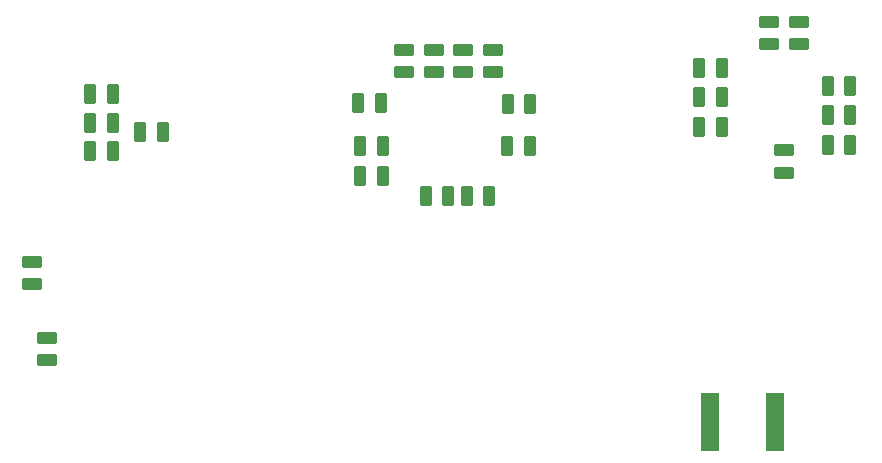
<source format=gbp>
G04*
G04 #@! TF.GenerationSoftware,Altium Limited,Altium Designer,25.4.2 (15)*
G04*
G04 Layer_Color=128*
%FSLAX44Y44*%
%MOMM*%
G71*
G04*
G04 #@! TF.SameCoordinates,69983CE8-C732-48D4-ACAD-208037422C18*
G04*
G04*
G04 #@! TF.FilePolarity,Positive*
G04*
G01*
G75*
%ADD21R,1.6000X5.0000*%
G04:AMPARAMS|DCode=32|XSize=1mm|YSize=1.7mm|CornerRadius=0.125mm|HoleSize=0mm|Usage=FLASHONLY|Rotation=0.000|XOffset=0mm|YOffset=0mm|HoleType=Round|Shape=RoundedRectangle|*
%AMROUNDEDRECTD32*
21,1,1.0000,1.4500,0,0,0.0*
21,1,0.7500,1.7000,0,0,0.0*
1,1,0.2500,0.3750,-0.7250*
1,1,0.2500,-0.3750,-0.7250*
1,1,0.2500,-0.3750,0.7250*
1,1,0.2500,0.3750,0.7250*
%
%ADD32ROUNDEDRECTD32*%
G04:AMPARAMS|DCode=37|XSize=1mm|YSize=1.7mm|CornerRadius=0.125mm|HoleSize=0mm|Usage=FLASHONLY|Rotation=270.000|XOffset=0mm|YOffset=0mm|HoleType=Round|Shape=RoundedRectangle|*
%AMROUNDEDRECTD37*
21,1,1.0000,1.4500,0,0,270.0*
21,1,0.7500,1.7000,0,0,270.0*
1,1,0.2500,-0.7250,-0.3750*
1,1,0.2500,-0.7250,0.3750*
1,1,0.2500,0.7250,0.3750*
1,1,0.2500,0.7250,-0.3750*
%
%ADD37ROUNDEDRECTD37*%
D21*
X761550Y26000D02*
D03*
X816950D02*
D03*
D32*
X590000Y260000D02*
D03*
X609000D02*
D03*
X752500Y301250D02*
D03*
X771500D02*
D03*
X880500Y261250D02*
D03*
X861500D02*
D03*
X880500Y311250D02*
D03*
X861500D02*
D03*
X880500Y286250D02*
D03*
X861500D02*
D03*
X752500Y326250D02*
D03*
X771500D02*
D03*
X752500Y276250D02*
D03*
X771500D02*
D03*
X521000Y217500D02*
D03*
X540000D02*
D03*
X465500Y235000D02*
D03*
X484500D02*
D03*
X574500Y217500D02*
D03*
X555500D02*
D03*
X465500Y260000D02*
D03*
X484500D02*
D03*
X463750Y296250D02*
D03*
X482750D02*
D03*
X609500Y296000D02*
D03*
X590500D02*
D03*
X279140Y272190D02*
D03*
X298140D02*
D03*
X236750Y303750D02*
D03*
X255750D02*
D03*
X255750Y255500D02*
D03*
X236750D02*
D03*
X236750Y279750D02*
D03*
X255750D02*
D03*
D37*
X824000Y237250D02*
D03*
Y256250D02*
D03*
X836500Y365250D02*
D03*
Y346250D02*
D03*
X811500Y365250D02*
D03*
Y346250D02*
D03*
X502500Y341500D02*
D03*
Y322500D02*
D03*
X527500Y341500D02*
D03*
Y322500D02*
D03*
X577500Y341500D02*
D03*
Y322500D02*
D03*
X552500Y341500D02*
D03*
Y322500D02*
D03*
X187500Y162000D02*
D03*
Y143000D02*
D03*
X200000Y78500D02*
D03*
Y97500D02*
D03*
M02*

</source>
